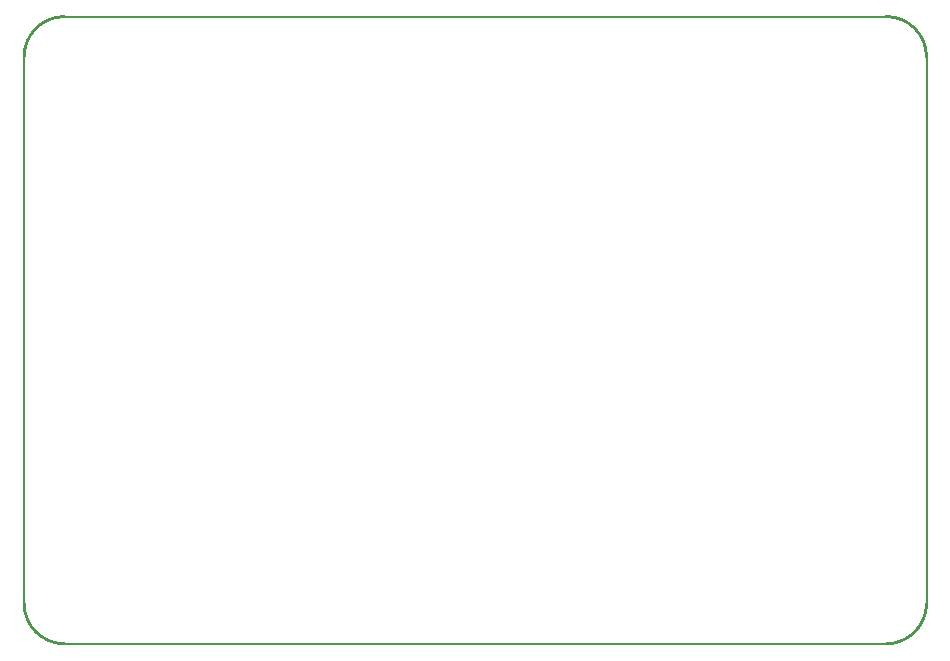
<source format=gko>
G04*
G04 #@! TF.GenerationSoftware,Altium Limited,Altium Designer,20.1.8 (145)*
G04*
G04 Layer_Color=16711935*
%FSLAX25Y25*%
%MOIN*%
G70*
G04*
G04 #@! TF.SameCoordinates,2B98FD46-9CAB-426A-9CBD-916E77886E0C*
G04*
G04*
G04 #@! TF.FilePolarity,Positive*
G04*
G01*
G75*
%ADD10C,0.00787*%
%ADD74C,0.01000*%
D10*
X0Y13386D02*
Y195669D01*
X13386Y0D02*
X287402D01*
X300787Y13386D02*
Y195669D01*
X13386Y209055D02*
X287402D01*
D74*
X13386D02*
G03*
X0Y195669I0J-13386D01*
G01*
X300787D02*
G03*
X287402Y209055I-13386J0D01*
G01*
Y0D02*
G03*
X300787Y13386I0J13386D01*
G01*
X0Y13386D02*
G03*
X13386Y0I13386J0D01*
G01*
M02*

</source>
